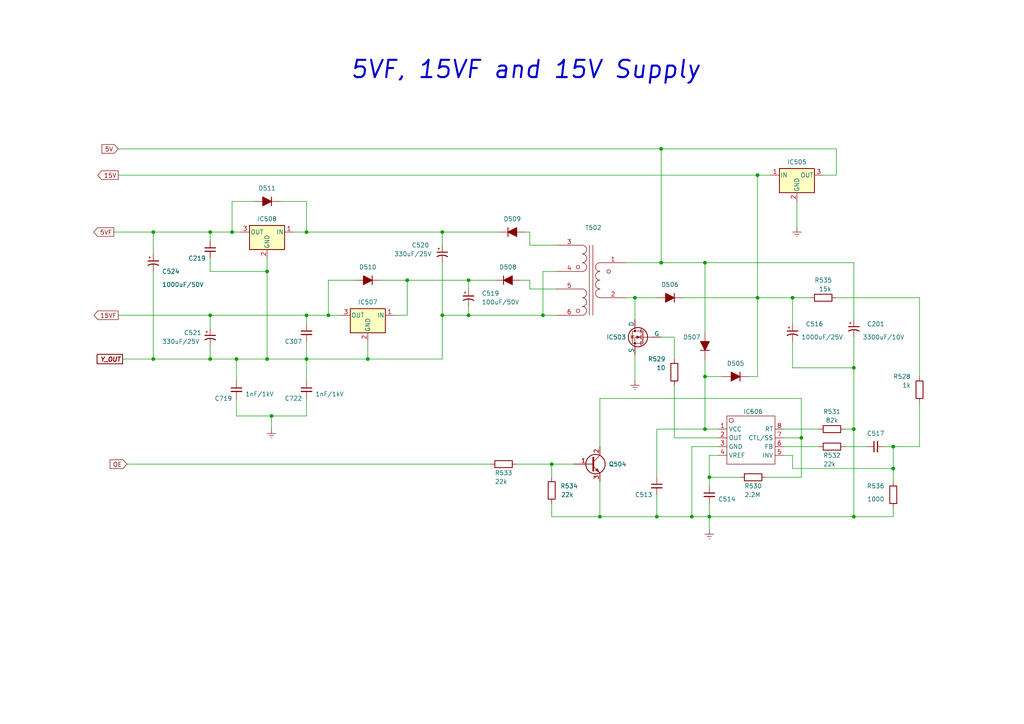
<source format=kicad_sch>
(kicad_sch (version 20231120) (generator "eeschema") (generator_version "8.0")
  (paper "A4")
  (title_block (title "Y BOARD LG PLASMA TV PANEL") (date "2025-03-24") (rev "1.0") (comment 1 "Author: Fábio Pereira da Silva") (comment 2 "5VF, 15VF and 15V Supply"))
  (lib_symbols
    (symbol "Device:C_Polarized_Small_US" (pin_numbers hide) (pin_names (offset 0.254) hide)
      (property "Reference" "C" (at 0.254 1.778 0))
      (property "Value" "C_Polarized_Small_US" (at 0.254 -2.032 0))
      (symbol "C_Polarized_Small_US_0_1"
        (polyline (pts (xy -1.524 0.508) (xy 1.524 0.508)) (stroke (width 0.3048)))
        (polyline (pts (xy -1.27 1.524) (xy -0.762 1.524)))
        (polyline (pts (xy -1.016 1.27) (xy -1.016 1.778)))
        (arc (start 1.524 -0.762) (mid 0 -0.3734) (end -1.524 -0.762) (stroke (width 0.3048)))
      )
      (symbol "C_Polarized_Small_US_1_1"
        (pin passive line (at 0 2.54 270) (length 2.032) (name "~") (number "1"))
        (pin passive line (at 0 -2.54 90) (length 2.032) (name "~") (number "2"))
      )
    )
    (symbol "Device:C_Small" (pin_numbers hide) (pin_names (offset 0.254) hide)
      (property "Reference" "C" (at 0.254 1.778 0))
      (property "Value" "C_Small" (at 0.254 -2.032 0))
      (symbol "C_Small_0_1"
        (polyline (pts (xy -1.524 -0.508) (xy 1.524 -0.508)) (stroke (width 0.3302)))
        (polyline (pts (xy -1.524 0.508) (xy 1.524 0.508)) (stroke (width 0.3048)))
      )
      (symbol "C_Small_1_1"
        (pin passive line (at 0 2.54 270) (length 2.032) (name "~") (number "1"))
        (pin passive line (at 0 -2.54 90) (length 2.032) (name "~") (number "2"))
      )
    )
    (symbol "Device:D_Filled" (pin_numbers hide) (pin_names (offset 1.016) hide)
      (property "Reference" "D" (at 0 2.54 0))
      (property "Value" "D_Filled" (at 0 -2.54 0))
      (symbol "D_Filled_0_1"
        (polyline (pts (xy -1.27 1.27) (xy -1.27 -1.27)) (stroke (width 0.254)))
        (polyline (pts (xy 1.27 0) (xy -1.27 0)))
        (polyline (pts (xy 1.27 1.27) (xy 1.27 -1.27) (xy -1.27 0) (xy 1.27 1.27)) (stroke (width 0.254)) (fill (type outline)))
      )
      (symbol "D_Filled_1_1"
        (pin passive line (at -3.81 0 0) (length 2.54) (name "K") (number "1"))
        (pin passive line (at 3.81 0 180) (length 2.54) (name "A") (number "2"))
      )
    )
    (symbol "Device:Q_NPN_BCE" (pin_names (offset 0) hide)
      (property "Reference" "Q" (at 5.08 1.27 0))
      (property "Value" "Q_NPN_BCE" (at 5.08 -1.27 0))
      (symbol "Q_NPN_BCE_0_1"
        (polyline (pts (xy 0.635 0.635) (xy 2.54 2.54)))
        (polyline (pts (xy 0.635 -0.635) (xy 2.54 -2.54) (xy 2.54 -2.54)))
        (polyline (pts (xy 0.635 1.905) (xy 0.635 -1.905) (xy 0.635 -1.905)) (stroke (width 0.508)))
        (polyline (pts (xy 1.27 -1.778) (xy 1.778 -1.27) (xy 2.286 -2.286) (xy 1.27 -1.778) (xy 1.27 -1.778)) (fill (type outline)))
        (circle (center 1.27 0) (radius 2.8194) (stroke (width 0.254)))
      )
      (symbol "Q_NPN_BCE_1_1"
        (pin input line (at -5.08 0 0) (length 5.715) (name "B") (number "1"))
        (pin passive line (at 2.54 5.08 270) (length 2.54) (name "C") (number "2"))
        (pin passive line (at 2.54 -5.08 90) (length 2.54) (name "E") (number "3"))
      )
    )
    (symbol "Device:R" (pin_numbers hide) (pin_names (offset 0))
      (property "Reference" "R" (at 2.032 0 90))
      (property "Value" "R" (at 0 0 90))
      (symbol "R_0_1"
        (rectangle (start -1.016 -2.54) (end 1.016 2.54) (stroke (width 0.254)))
      )
      (symbol "R_1_1"
        (pin passive line (at 0 3.81 270) (length 1.27) (name "~") (number "1"))
        (pin passive line (at 0 -3.81 90) (length 1.27) (name "~") (number "2"))
      )
    )
    (symbol "Regulator_Linear:L7805" (pin_names (offset 0.254))
      (property "Reference" "U" (at -3.81 3.175 0))
      (property "Value" "L7805" (at 0 3.175 0))
      (symbol "L7805_0_1"
        (rectangle (start -5.08 1.905) (end 5.08 -5.08) (stroke (width 0.254)) (fill (type background)))
      )
      (symbol "L7805_1_1"
        (pin power_in line (at -7.62 0 0) (length 2.54) (name "IN") (number "1"))
        (pin power_in line (at 0 -7.62 90) (length 2.54) (name "GND") (number "2"))
        (pin power_out line (at 7.62 0 180) (length 2.54) (name "OUT") (number "3"))
      )
    )
    (symbol "Regulator_Linear:L7818" (pin_names (offset 0.254))
      (property "Reference" "U" (at -3.81 3.175 0))
      (property "Value" "L7818" (at 0 3.175 0))
      (symbol "L7818_0_1"
        (rectangle (start -5.08 1.905) (end 5.08 -5.08) (stroke (width 0.254)) (fill (type background)))
      )
      (symbol "L7818_1_1"
        (pin power_in line (at -7.62 0 0) (length 2.54) (name "IN") (number "1"))
        (pin power_in line (at 0 -7.62 90) (length 2.54) (name "GND") (number "2"))
        (pin power_out line (at 7.62 0 180) (length 2.54) (name "OUT") (number "3"))
      )
    )
    (symbol "Simulation_SPICE:NMOS" (pin_numbers hide) (pin_names (offset 0))
      (property "Reference" "Q" (at 5.08 1.27 0))
      (property "Value" "NMOS" (at 5.08 -1.27 0))
      (symbol "NMOS_0_1"
        (polyline (pts (xy 0.254 0) (xy -2.54 0)))
        (polyline (pts (xy 0.254 1.905) (xy 0.254 -1.905)) (stroke (width 0.254)))
        (polyline (pts (xy 0.762 -1.27) (xy 0.762 -2.286)) (stroke (width 0.254)))
        (polyline (pts (xy 0.762 0.508) (xy 0.762 -0.508)) (stroke (width 0.254)))
        (polyline (pts (xy 0.762 2.286) (xy 0.762 1.27)) (stroke (width 0.254)))
        (polyline (pts (xy 2.54 2.54) (xy 2.54 1.778)))
        (polyline (pts (xy 2.54 -2.54) (xy 2.54 0) (xy 0.762 0)))
        (polyline (pts (xy 0.762 -1.778) (xy 3.302 -1.778) (xy 3.302 1.778) (xy 0.762 1.778)))
        (polyline (pts (xy 1.016 0) (xy 2.032 0.381) (xy 2.032 -0.381) (xy 1.016 0)) (fill (type outline)))
        (polyline (pts (xy 2.794 0.508) (xy 2.921 0.381) (xy 3.683 0.381) (xy 3.81 0.254)))
        (polyline (pts (xy 3.302 0.381) (xy 2.921 -0.254) (xy 3.683 -0.254) (xy 3.302 0.381)))
        (circle (center 1.651 0) (radius 2.794) (stroke (width 0.254)))
        (circle (center 2.54 -1.778) (radius 0.254) (fill (type outline)))
        (circle (center 2.54 1.778) (radius 0.254) (fill (type outline)))
      )
      (symbol "NMOS_1_1"
        (pin passive line (at 2.54 5.08 270) (length 2.54) (name "D") (number "1"))
        (pin input line (at -5.08 0 0) (length 2.54) (name "G") (number "2"))
        (pin passive line (at 2.54 -5.08 90) (length 2.54) (name "S") (number "3"))
      )
    )
    (symbol "Transformer_1P_2S_1" (pin_names (offset 1.016) hide)
      (property "Reference" "T1" (at 0 15.24 0))
      (property "Value" "Transformer_1P_2S" (at 0 12.7 0))
      (symbol "Transformer_1P_2S_1_0_1"
        (circle (center -5.08 2.54) (radius 0.5))
        (arc (start -2.54 -5.0546) (mid -1.6599 -4.6901) (end -1.27 -3.81))
        (arc (start -2.54 -2.5146) (mid -1.6599 -2.1501) (end -1.27 -1.27))
        (arc (start -2.54 0.0254) (mid -1.6599 0.3899) (end -1.27 1.27))
        (arc (start -2.54 2.5654) (mid -1.6599 2.9299) (end -1.27 3.81))
        (arc (start -1.27 -3.81) (mid -1.642 -2.912) (end -2.54 -2.54))
        (arc (start -1.27 -1.27) (mid -1.642 -0.372) (end -2.54 0))
        (arc (start -1.27 1.27) (mid -1.642 2.168) (end -2.54 2.54))
        (arc (start -1.27 3.81) (mid -1.642 4.708) (end -2.54 5.08))
        (polyline (pts (xy -0.508 -10.16) (xy -0.508 10.16)))
        (polyline (pts (xy 0.508 10.16) (xy 0.508 -10.16)))
        (arc (start 1.2954 -8.89) (mid 1.6599 -9.7701) (end 2.54 -10.1346))
        (arc (start 1.2954 -6.35) (mid 1.6599 -7.2301) (end 2.54 -7.5946))
        (arc (start 1.2954 -3.81) (mid 1.6599 -4.6901) (end 2.54 -5.0546))
        (arc (start 1.2954 3.81) (mid 1.6599 2.9299) (end 2.54 2.5654))
        (arc (start 1.2954 6.35) (mid 1.6599 5.4699) (end 2.54 5.1054))
        (arc (start 1.2954 8.89) (mid 1.6599 8.0099) (end 2.54 7.6454))
        (arc (start 2.54 -7.62) (mid 1.642 -7.992) (end 1.2954 -8.89))
        (arc (start 2.54 -5.08) (mid 1.642 -5.452) (end 1.2954 -6.35))
        (arc (start 2.54 -2.54) (mid 1.642 -2.912) (end 1.2954 -3.81))
        (arc (start 2.54 5.08) (mid 1.642 4.708) (end 1.2954 3.81))
        (arc (start 2.54 7.62) (mid 1.642 7.248) (end 1.2954 6.35))
        (arc (start 2.54 10.16) (mid 1.642 9.788) (end 1.2954 8.89))
        (circle (center 3.81 -8.89) (radius 0.5))
        (circle (center 3.81 3.81) (radius 0.5))
      )
      (symbol "Transformer_1P_2S_1_1_1"
        (pin passive line (at -10.16 5.08 0) (length 7.62) (name "AA") (number "1"))
        (pin passive line (at -10.16 -5.08 0) (length 7.62) (name "AB") (number "2"))
        (pin passive line (at 10.16 10.16 180) (length 7.62) (name "SA") (number "3"))
        (pin passive line (at 10.16 2.54 180) (length 7.62) (name "SB") (number "4"))
        (pin passive line (at 10.16 -2.54 180) (length 7.62) (name "SC") (number "5"))
        (pin passive line (at 10.16 -10.16 180) (length 7.62) (name "SD") (number "6"))
      )
    )
    (symbol "irf_s21850:BD9763FVM"
      (property "Reference" "U" (at -0.254 0.762 0))
      (symbol "BD9763FVM_0_1"
        (rectangle (start -7.62 0) (end 6.35 -13.97))
        (circle (center -6.35 -1.27) (radius 0.6))
      )
      (symbol "BD9763FVM_1_1"
        (pin power_in line (at -10.16 -3.81 0) (length 2.54) (name "VCC") (number "1"))
        (pin output line (at -10.16 -6.35 0) (length 2.54) (name "OUT") (number "2"))
        (pin power_in line (at -10.16 -8.89 0) (length 2.54) (name "GND") (number "3"))
        (pin power_out line (at -10.16 -11.43 0) (length 2.54) (name "VREF") (number "4"))
        (pin input line (at 8.89 -11.43 180) (length 2.54) (name "INV") (number "5"))
        (pin output line (at 8.89 -8.89 180) (length 2.54) (name "FB") (number "6"))
        (pin passive line (at 8.89 -6.35 180) (length 2.54) (name "CTL/SS") (number "7"))
        (pin passive line (at 8.89 -3.81 180) (length 2.54) (name "RT") (number "8"))
      )
    )
    (symbol "power:Earth" (power) (pin_numbers hide) (pin_names (offset 0) hide)
      (property "Value" "Earth" (at 0 -3.81 0))
      (symbol "Earth_0_1"
        (polyline (pts (xy -0.635 -1.905) (xy 0.635 -1.905)))
        (polyline (pts (xy -0.127 -2.54) (xy 0.127 -2.54)))
        (polyline (pts (xy 0 -1.27) (xy 0 0)))
        (polyline (pts (xy 1.27 -1.27) (xy -1.27 -1.27)))
      )
      (symbol "Earth_1_1"
        (pin power_in line (at 0 0 270) (length 0) (name "~") (number "1"))
      )
    )
  )
  (junction (at 191.77 76.2))
  (junction (at 88.9 104.14))
  (junction (at 135.89 81.28))
  (junction (at 205.74 138.43))
  (junction (at 204.47 76.2))
  (junction (at 232.41 127))
  (junction (at 259.08 129.54))
  (junction (at 60.96 104.14))
  (junction (at 229.87 86.36))
  (junction (at 190.5 149.86))
  (junction (at 60.96 91.44))
  (junction (at 219.71 50.8))
  (junction (at 135.89 91.44))
  (junction (at 160.02 134.62))
  (junction (at 60.96 67.31))
  (junction (at 204.47 109.22))
  (junction (at 77.47 78.74))
  (junction (at 259.08 135.89))
  (junction (at 77.47 104.14))
  (junction (at 88.9 91.44))
  (junction (at 205.74 149.86))
  (junction (at 106.68 104.14))
  (junction (at 68.58 104.14))
  (junction (at 157.48 91.44))
  (junction (at 184.15 86.36))
  (junction (at 44.45 104.14))
  (junction (at 200.66 149.86))
  (junction (at 88.9 67.31))
  (junction (at 247.65 106.68))
  (junction (at 118.11 81.28))
  (junction (at 78.74 120.65))
  (junction (at 44.45 67.31))
  (junction (at 204.47 124.46))
  (junction (at 173.99 149.86))
  (junction (at 247.65 149.86))
  (junction (at 191.77 43.18))
  (junction (at 219.71 86.36))
  (junction (at 247.65 124.46))
  (junction (at 128.27 67.31))
  (junction (at 128.27 91.44))
  (junction (at 67.31 67.31))
  (junction (at 95.25 91.44))
  (wire (pts (xy 229.87 86.36) (xy 219.71 86.36)))
  (wire (pts (xy 60.96 91.44) (xy 88.9 91.44)))
  (wire (pts (xy 217.17 109.22) (xy 219.71 109.22)))
  (wire (pts (xy 204.47 104.14) (xy 204.47 109.22)))
  (wire (pts (xy 88.9 93.98) (xy 88.9 91.44)))
  (wire (pts (xy 200.66 129.54) (xy 208.28 129.54)))
  (wire (pts (xy 60.96 100.33) (xy 60.96 104.14)))
  (wire (pts (xy 73.66 58.42) (xy 67.31 58.42)))
  (wire (pts (xy 232.41 127) (xy 232.41 138.43)))
  (wire (pts (xy 135.89 91.44) (xy 157.48 91.44)))
  (wire (pts (xy 81.28 58.42) (xy 88.9 58.42)))
  (wire (pts (xy 95.25 81.28) (xy 95.25 91.44)))
  (wire (pts (xy 85.09 67.31) (xy 88.9 67.31)))
  (wire (pts (xy 195.58 97.79) (xy 191.77 97.79)))
  (wire (pts (xy 191.77 76.2) (xy 204.47 76.2)))
  (wire (pts (xy 128.27 67.31) (xy 128.27 71.12)))
  (wire (pts (xy 205.74 140.97) (xy 205.74 138.43)))
  (wire (pts (xy 88.9 104.14) (xy 88.9 110.49)))
  (wire (pts (xy 232.41 115.57) (xy 173.99 115.57)))
  (wire (pts (xy 60.96 74.93) (xy 60.96 78.74)))
  (wire (pts (xy 67.31 67.31) (xy 69.85 67.31)))
  (wire (pts (xy 88.9 58.42) (xy 88.9 67.31)))
  (wire (pts (xy 135.89 88.9) (xy 135.89 91.44)))
  (wire (pts (xy 205.74 146.05) (xy 205.74 149.86)))
  (wire (pts (xy 78.74 120.65) (xy 68.58 120.65)))
  (wire (pts (xy 106.68 104.14) (xy 128.27 104.14)))
  (wire (pts (xy 204.47 109.22) (xy 209.55 109.22)))
  (wire (pts (xy 157.48 91.44) (xy 161.29 91.44)))
  (wire (pts (xy 238.76 50.8) (xy 242.57 50.8)))
  (wire (pts (xy 247.65 124.46) (xy 247.65 149.86)))
  (wire (pts (xy 232.41 138.43) (xy 222.25 138.43)))
  (wire (pts (xy 184.15 86.36) (xy 190.5 86.36)))
  (wire (pts (xy 160.02 149.86) (xy 173.99 149.86)))
  (wire (pts (xy 160.02 146.05) (xy 160.02 149.86)))
  (wire (pts (xy 34.29 50.8) (xy 219.71 50.8)))
  (wire (pts (xy 153.67 67.31) (xy 153.67 71.12)))
  (wire (pts (xy 229.87 99.06) (xy 229.87 106.68)))
  (wire (pts (xy 219.71 50.8) (xy 223.52 50.8)))
  (wire (pts (xy 77.47 104.14) (xy 88.9 104.14)))
  (wire (pts (xy 88.9 67.31) (xy 128.27 67.31)))
  (wire (pts (xy 102.87 81.28) (xy 95.25 81.28)))
  (wire (pts (xy 34.29 43.18) (xy 191.77 43.18)))
  (wire (pts (xy 259.08 147.32) (xy 259.08 149.86)))
  (wire (pts (xy 205.74 138.43) (xy 214.63 138.43)))
  (wire (pts (xy 181.61 86.36) (xy 184.15 86.36)))
  (wire (pts (xy 44.45 78.74) (xy 44.45 104.14)))
  (wire (pts (xy 88.9 91.44) (xy 95.25 91.44)))
  (wire (pts (xy 135.89 81.28) (xy 143.51 81.28)))
  (wire (pts (xy 128.27 104.14) (xy 128.27 91.44)))
  (wire (pts (xy 266.7 86.36) (xy 266.7 109.22)))
  (wire (pts (xy 231.14 58.42) (xy 231.14 66.04)))
  (wire (pts (xy 173.99 149.86) (xy 190.5 149.86)))
  (wire (pts (xy 205.74 149.86) (xy 200.66 149.86)))
  (wire (pts (xy 44.45 67.31) (xy 44.45 73.66)))
  (wire (pts (xy 190.5 149.86) (xy 200.66 149.86)))
  (wire (pts (xy 229.87 135.89) (xy 259.08 135.89)))
  (wire (pts (xy 60.96 78.74) (xy 77.47 78.74)))
  (wire (pts (xy 157.48 78.74) (xy 157.48 91.44)))
  (wire (pts (xy 190.5 124.46) (xy 204.47 124.46)))
  (wire (pts (xy 106.68 99.06) (xy 106.68 104.14)))
  (wire (pts (xy 35.56 104.14) (xy 44.45 104.14)))
  (wire (pts (xy 204.47 76.2) (xy 204.47 96.52)))
  (wire (pts (xy 191.77 43.18) (xy 191.77 76.2)))
  (wire (pts (xy 205.74 132.08) (xy 208.28 132.08)))
  (wire (pts (xy 149.86 134.62) (xy 160.02 134.62)))
  (wire (pts (xy 60.96 69.85) (xy 60.96 67.31)))
  (wire (pts (xy 232.41 127) (xy 232.41 115.57)))
  (wire (pts (xy 245.11 129.54) (xy 251.46 129.54)))
  (wire (pts (xy 242.57 86.36) (xy 266.7 86.36)))
  (wire (pts (xy 200.66 149.86) (xy 200.66 129.54)))
  (wire (pts (xy 95.25 91.44) (xy 99.06 91.44)))
  (wire (pts (xy 77.47 78.74) (xy 77.47 104.14)))
  (wire (pts (xy 88.9 115.57) (xy 88.9 120.65)))
  (wire (pts (xy 227.33 132.08) (xy 229.87 132.08)))
  (wire (pts (xy 227.33 127) (xy 232.41 127)))
  (wire (pts (xy 266.7 116.84) (xy 266.7 129.54)))
  (wire (pts (xy 229.87 106.68) (xy 247.65 106.68)))
  (wire (pts (xy 190.5 143.51) (xy 190.5 149.86)))
  (wire (pts (xy 219.71 50.8) (xy 219.71 86.36)))
  (wire (pts (xy 153.67 71.12) (xy 161.29 71.12)))
  (wire (pts (xy 68.58 104.14) (xy 68.58 110.49)))
  (wire (pts (xy 229.87 132.08) (xy 229.87 135.89)))
  (wire (pts (xy 161.29 78.74) (xy 157.48 78.74)))
  (wire (pts (xy 60.96 67.31) (xy 67.31 67.31)))
  (wire (pts (xy 151.13 81.28) (xy 153.67 81.28)))
  (wire (pts (xy 219.71 86.36) (xy 198.12 86.36)))
  (wire (pts (xy 36.83 134.62) (xy 142.24 134.62)))
  (wire (pts (xy 160.02 134.62) (xy 160.02 138.43)))
  (wire (pts (xy 247.65 149.86) (xy 205.74 149.86)))
  (wire (pts (xy 184.15 86.36) (xy 184.15 92.71)))
  (wire (pts (xy 205.74 153.67) (xy 205.74 149.86)))
  (wire (pts (xy 259.08 129.54) (xy 256.54 129.54)))
  (wire (pts (xy 128.27 91.44) (xy 135.89 91.44)))
  (wire (pts (xy 204.47 124.46) (xy 208.28 124.46)))
  (wire (pts (xy 160.02 134.62) (xy 166.37 134.62)))
  (wire (pts (xy 44.45 104.14) (xy 60.96 104.14)))
  (wire (pts (xy 227.33 129.54) (xy 237.49 129.54)))
  (wire (pts (xy 219.71 109.22) (xy 219.71 86.36)))
  (wire (pts (xy 242.57 50.8) (xy 242.57 43.18)))
  (wire (pts (xy 259.08 149.86) (xy 247.65 149.86)))
  (wire (pts (xy 266.7 129.54) (xy 259.08 129.54)))
  (wire (pts (xy 68.58 104.14) (xy 77.47 104.14)))
  (wire (pts (xy 68.58 120.65) (xy 68.58 115.57)))
  (wire (pts (xy 204.47 76.2) (xy 247.65 76.2)))
  (wire (pts (xy 190.5 138.43) (xy 190.5 124.46)))
  (wire (pts (xy 44.45 67.31) (xy 60.96 67.31)))
  (wire (pts (xy 229.87 86.36) (xy 234.95 86.36)))
  (wire (pts (xy 259.08 139.7) (xy 259.08 135.89)))
  (wire (pts (xy 247.65 92.71) (xy 247.65 76.2)))
  (wire (pts (xy 128.27 76.2) (xy 128.27 91.44)))
  (wire (pts (xy 153.67 81.28) (xy 153.67 83.82)))
  (wire (pts (xy 229.87 93.98) (xy 229.87 86.36)))
  (wire (pts (xy 259.08 135.89) (xy 259.08 129.54)))
  (wire (pts (xy 152.4 67.31) (xy 153.67 67.31)))
  (wire (pts (xy 114.3 91.44) (xy 118.11 91.44)))
  (wire (pts (xy 195.58 111.76) (xy 195.58 127)))
  (wire (pts (xy 135.89 81.28) (xy 135.89 83.82)))
  (wire (pts (xy 144.78 67.31) (xy 128.27 67.31)))
  (wire (pts (xy 245.11 124.46) (xy 247.65 124.46)))
  (wire (pts (xy 118.11 81.28) (xy 110.49 81.28)))
  (wire (pts (xy 33.02 67.31) (xy 44.45 67.31)))
  (wire (pts (xy 153.67 83.82) (xy 161.29 83.82)))
  (wire (pts (xy 78.74 120.65) (xy 78.74 124.46)))
  (wire (pts (xy 88.9 104.14) (xy 106.68 104.14)))
  (wire (pts (xy 204.47 109.22) (xy 204.47 124.46)))
  (wire (pts (xy 195.58 127) (xy 208.28 127)))
  (wire (pts (xy 181.61 76.2) (xy 191.77 76.2)))
  (wire (pts (xy 184.15 102.87) (xy 184.15 110.49)))
  (wire (pts (xy 118.11 81.28) (xy 118.11 91.44)))
  (wire (pts (xy 88.9 120.65) (xy 78.74 120.65)))
  (wire (pts (xy 34.29 91.44) (xy 60.96 91.44)))
  (wire (pts (xy 247.65 106.68) (xy 247.65 124.46)))
  (wire (pts (xy 247.65 97.79) (xy 247.65 106.68)))
  (wire (pts (xy 173.99 139.7) (xy 173.99 149.86)))
  (wire (pts (xy 227.33 124.46) (xy 237.49 124.46)))
  (wire (pts (xy 67.31 58.42) (xy 67.31 67.31)))
  (wire (pts (xy 118.11 81.28) (xy 135.89 81.28)))
  (wire (pts (xy 205.74 138.43) (xy 205.74 132.08)))
  (wire (pts (xy 242.57 43.18) (xy 191.77 43.18)))
  (wire (pts (xy 88.9 99.06) (xy 88.9 104.14)))
  (wire (pts (xy 77.47 74.93) (xy 77.47 78.74)))
  (wire (pts (xy 60.96 104.14) (xy 68.58 104.14)))
  (wire (pts (xy 195.58 104.14) (xy 195.58 97.79)))
  (wire (pts (xy 60.96 95.25) (xy 60.96 91.44)))
  (wire (pts (xy 173.99 115.57) (xy 173.99 129.54)))
  (text "5VF, 15VF and 15V Supply" (at 152.4 20.32 0) (effects (font (size 5 5) (thickness 0.6) (bold yes) (italic yes))))
  (global_label "Y_OUT" (shape passive) (at 35.56 104.14 180) (effects (font (thickness 0.254) (bold yes) (italic yes))) (property "Intersheetrefs" "${INTERSHEET_REFS}" (effects (hide yes))))
  (global_label "5V" (shape input) (at 34.29 43.18 180) (property "Intersheetrefs" "${INTERSHEET_REFS}" (effects (hide yes))))
  (global_label "OE" (shape input) (at 36.83 134.62 180) (property "Intersheetrefs" "${INTERSHEET_REFS}" (effects (hide yes))))
  (global_label "15V" (shape output) (at 34.29 50.8 180) (property "Intersheetrefs" "${INTERSHEET_REFS}" (effects (hide yes))))
  (global_label "5VF" (shape output) (at 33.02 67.31 180) (property "Intersheetrefs" "${INTERSHEET_REFS}" (effects (hide yes))))
  (global_label "15VF" (shape output) (at 34.29 91.44 180) (property "Intersheetrefs" "${INTERSHEET_REFS}" (effects (hide yes))))
  (symbol (lib_id "Device:R") (at 259.08 143.51 180) (unit 1)
    (property "Reference" "R536" (at 256.54 140.97 0) (effects (justify left)))
    (property "Value" "1000" (at 256.54 144.78 0) (effects (justify left)))
    (property "Description" "Resistor" (effects (hide yes)))
  )
  (symbol (lib_id "Device:C_Small") (at 190.5 140.97 0) (unit 1)
    (property "Reference" "C513" (at 184.15 143.51 0) (effects (justify left)))
    (property "Value" "C_Small" (effects (hide yes)))
    (property "Description" "Unpolarized capacitor, small symbol" (effects (hide yes)))
  )
  (symbol (lib_id "power:Earth") (at 231.14 66.04 0) (unit 1)
    (property "Reference" "#PWR28" (effects (hide yes)))
    (property "Value" "Earth" (effects (hide yes)))
    (property "Description" "Power symbol creates a global label with name \"Earth\"" (effects (hide yes)))
  )
  (symbol (lib_name "Transformer_1P_2S_1") (lib_id "transformer_1p_2s_edited:Transformer_1P_2S") (at 171.45 81.28 0) (mirror y) (unit 1)
    (property "Reference" "T502" (at 172.085 66.04 0))
    (property "Value" "Transformer_1P_2S" (effects (hide yes)))
    (property "Description" "Transformer, single primary, dual secondary" (effects (hide yes)))
  )
  (symbol (lib_id "power:Earth") (at 184.15 110.49 0) (unit 1)
    (property "Reference" "#PWR29" (effects (hide yes)))
    (property "Value" "Earth" (effects (hide yes)))
    (property "Description" "Power symbol creates a global label with name \"Earth\"" (effects (hide yes)))
  )
  (symbol (lib_id "Simulation_SPICE:NMOS") (at 186.69 97.79 0) (mirror y) (unit 1)
    (property "Reference" "IC503" (at 181.61 97.79 0) (effects (justify left)))
    (property "Value" "NMOS" (effects (hide yes)))
    (property "Datasheet" "https://ngspice.sourceforge.io/docs/ngspice-html-manual/manual.xhtml#cha_MOSFETs" (effects (hide yes)))
    (property "Description" "N-MOSFET transistor, drain/source/gate" (effects (hide yes)))
    (property "Sim.Device" "NMOS" (effects (hide yes)))
    (property "Sim.Type" "VDMOS" (effects (hide yes)))
    (property "Sim.Pins" "1=D 2=G 3=S" (effects (hide yes)))
  )
  (symbol (lib_id "Device:C_Polarized_Small_US") (at 229.87 96.52 0) (unit 1)
    (property "Reference" "C516" (at 233.68 93.98 0) (effects (justify left)))
    (property "Value" "1000uF/25V" (at 232.41 97.79 0) (effects (justify left)))
    (property "Description" "Polarized capacitor, small US symbol" (effects (hide yes)))
  )
  (symbol (lib_id "Device:C_Polarized_Small_US") (at 135.89 86.36 0) (unit 1)
    (property "Reference" "C519" (at 139.7 85.09 0) (effects (justify left)))
    (property "Value" "100uF/50V" (at 139.7 87.63 0) (effects (justify left)))
    (property "Description" "Polarized capacitor, small US symbol" (effects (hide yes)))
  )
  (symbol (lib_id "Device:C_Small") (at 68.58 113.03 0) (unit 1)
    (property "Reference" "C719" (at 62.23 115.57 0) (effects (justify left)))
    (property "Value" "1nF/1kV" (at 71.12 114.3062 0) (effects (justify left)))
    (property "Description" "Unpolarized capacitor, small symbol" (effects (hide yes)))
  )
  (symbol (lib_id "Device:R") (at 266.7 113.03 180) (unit 1)
    (property "Reference" "R528" (at 264.16 109.22 0) (effects (justify left)))
    (property "Value" "1k" (at 264.16 111.76 0) (effects (justify left)))
    (property "Description" "Resistor" (effects (hide yes)))
  )
  (symbol (lib_id "Device:R") (at 195.58 107.95 180) (unit 1)
    (property "Reference" "R529" (at 193.04 104.14 0) (effects (justify left)))
    (property "Value" "10" (at 193.04 106.68 0) (effects (justify left)))
    (property "Description" "Resistor" (effects (hide yes)))
  )
  (symbol (lib_id "Device:D_Filled") (at 147.32 81.28 0) (mirror x) (unit 1)
    (property "Reference" "D508" (at 147.32 77.47 0))
    (property "Value" "D_Filled" (effects (hide yes)))
    (property "Description" "Diode, filled shape" (effects (hide yes)))
    (property "Sim.Device" "D" (effects (hide yes)))
    (property "Sim.Pins" "1=K 2=A" (effects (hide yes)))
  )
  (symbol (lib_id "Device:Q_NPN_BCE") (at 171.45 134.62 0) (unit 1)
    (property "Reference" "Q504" (at 176.53 134.62 0) (effects (justify left)))
    (property "Value" "Q_NPN_BCE" (effects (hide yes)))
    (property "Description" "NPN transistor, base/collector/emitter" (effects (hide yes)))
  )
  (symbol (lib_id "Device:R") (at 238.76 86.36 270) (unit 1)
    (property "Reference" "R535" (at 236.22 81.28 90) (effects (justify left)))
    (property "Value" "15k" (at 237.49 83.82 90) (effects (justify left)))
    (property "Description" "Resistor" (effects (hide yes)))
  )
  (symbol (lib_id "Device:C_Small") (at 88.9 96.52 0) (unit 1)
    (property "Reference" "C307" (at 82.55 99.06 0) (effects (justify left)))
    (property "Value" "C_Small" (effects (hide yes)))
    (property "Description" "Unpolarized capacitor, small symbol" (effects (hide yes)))
  )
  (symbol (lib_id "Device:R") (at 218.44 138.43 270) (unit 1)
    (property "Reference" "R530" (at 215.9 140.97 90) (effects (justify left)))
    (property "Value" "2.2M" (at 215.9 143.51 90) (effects (justify left)))
    (property "Description" "Resistor" (effects (hide yes)))
  )
  (symbol (lib_id "Device:D_Filled") (at 194.31 86.36 180) (unit 1)
    (property "Reference" "D506" (at 194.31 82.55 0))
    (property "Value" "D_Filled" (effects (hide yes)))
    (property "Description" "Diode, filled shape" (effects (hide yes)))
    (property "Sim.Device" "D" (effects (hide yes)))
    (property "Sim.Pins" "1=K 2=A" (effects (hide yes)))
  )
  (symbol (lib_id "Device:C_Small") (at 60.96 72.39 0) (unit 1)
    (property "Reference" "C219" (at 54.61 74.93 0) (effects (justify left)))
    (property "Value" "C_Small" (effects (hide yes)))
    (property "Description" "Unpolarized capacitor, small symbol" (effects (hide yes)))
  )
  (symbol (lib_id "Device:D_Filled") (at 77.47 58.42 180) (unit 1)
    (property "Reference" "D511" (at 77.47 54.61 0))
    (property "Value" "D_Filled" (effects (hide yes)))
    (property "Description" "Diode, filled shape" (effects (hide yes)))
    (property "Sim.Device" "D" (effects (hide yes)))
    (property "Sim.Pins" "1=K 2=A" (effects (hide yes)))
  )
  (symbol (lib_id "Device:D_Filled") (at 204.47 100.33 90) (unit 1)
    (property "Reference" "D507" (at 200.66 97.79 90))
    (property "Value" "D_Filled" (effects (hide yes)))
    (property "Description" "Diode, filled shape" (effects (hide yes)))
    (property "Sim.Device" "D" (effects (hide yes)))
    (property "Sim.Pins" "1=K 2=A" (effects (hide yes)))
  )
  (symbol (lib_id "Device:C_Polarized_Small_US") (at 60.96 97.79 0) (unit 1)
    (property "Reference" "C521" (at 53.34 96.52 0) (effects (justify left)))
    (property "Value" "330uF/25V" (at 46.99 99.06 0) (effects (justify left)))
    (property "Description" "Polarized capacitor, small US symbol" (effects (hide yes)))
  )
  (symbol (lib_id "Device:C_Small") (at 254 129.54 90) (unit 1)
    (property "Reference" "C517" (at 256.54 125.73 90) (effects (justify left)))
    (property "Value" "C_Small" (effects (hide yes)))
    (property "Description" "Unpolarized capacitor, small symbol" (effects (hide yes)))
  )
  (symbol (lib_id "Regulator_Linear:L7818") (at 106.68 91.44 0) (mirror y) (unit 1)
    (property "Reference" "IC507" (at 106.68 87.63 0))
    (property "Value" "L7818" (effects (hide yes)))
    (property "Datasheet" "http://www.st.com/content/ccc/resource/technical/document/datasheet/41/4f/b3/b0/12/d4/47/88/CD00000444.pdf/files/CD00000444.pdf/jcr:content/translations/en.CD00000444.pdf" (effects (hide yes)))
    (property "Description" "Positive 1.5A 35V Linear Regulator, Fixed Output 18V, TO-220/TO-263/TO-252" (effects (hide yes)))
  )
  (symbol (lib_id "Device:C_Polarized_Small_US") (at 128.27 73.66 0) (unit 1)
    (property "Reference" "C520" (at 119.38 71.12 0) (effects (justify left)))
    (property "Value" "330uF/25V" (at 114.3 73.66 0) (effects (justify left)))
    (property "Description" "Polarized capacitor, small US symbol" (effects (hide yes)))
  )
  (symbol (lib_id "power:Earth") (at 205.74 153.67 0) (unit 1)
    (property "Reference" "#PWR27" (effects (hide yes)))
    (property "Value" "Earth" (effects (hide yes)))
    (property "Description" "Power symbol creates a global label with name \"Earth\"" (effects (hide yes)))
  )
  (symbol (lib_id "Device:C_Polarized_Small_US") (at 44.45 76.2 0) (unit 1)
    (property "Reference" "C524" (at 46.99 78.74 0) (effects (justify left)))
    (property "Value" "1000uF/50V" (at 46.99 82.55 0) (effects (justify left)))
    (property "Description" "Polarized capacitor, small US symbol" (effects (hide yes)))
  )
  (symbol (lib_id "Device:D_Filled") (at 106.68 81.28 180) (unit 1)
    (property "Reference" "D510" (at 106.68 77.47 0))
    (property "Value" "D_Filled" (effects (hide yes)))
    (property "Description" "Diode, filled shape" (effects (hide yes)))
    (property "Sim.Device" "D" (effects (hide yes)))
    (property "Sim.Pins" "1=K 2=A" (effects (hide yes)))
  )
  (symbol (lib_id "Device:R") (at 241.3 124.46 270) (unit 1)
    (property "Reference" "R531" (at 241.3 119.38 90))
    (property "Value" "82k" (at 241.3 121.92 90))
    (property "Description" "Resistor" (effects (hide yes)))
  )
  (symbol (lib_id "Device:D_Filled") (at 148.59 67.31 0) (mirror x) (unit 1)
    (property "Reference" "D509" (at 148.59 63.5 0))
    (property "Value" "D_Filled" (effects (hide yes)))
    (property "Description" "Diode, filled shape" (effects (hide yes)))
    (property "Sim.Device" "D" (effects (hide yes)))
    (property "Sim.Pins" "1=K 2=A" (effects (hide yes)))
  )
  (symbol (lib_id "Device:R") (at 241.3 129.54 270) (unit 1)
    (property "Reference" "R532" (at 238.76 132.08 90) (effects (justify left)))
    (property "Value" "22k" (at 238.76 134.62 90) (effects (justify left)))
    (property "Description" "Resistor" (effects (hide yes)))
  )
  (symbol (lib_id "irf_s21850:BD9763FVM") (at 218.44 120.65 0) (unit 1)
    (property "Reference" "IC506" (at 218.44 119.38 0))
    (property "Value" "~" (at 217.805 119.38 0))
  )
  (symbol (lib_id "Regulator_Linear:L7805") (at 231.14 50.8 0) (unit 1)
    (property "Reference" "IC505" (at 231.14 46.99 0))
    (property "Value" "L7805" (effects (hide yes)))
    (property "Datasheet" "http://www.st.com/content/ccc/resource/technical/document/datasheet/41/4f/b3/b0/12/d4/47/88/CD00000444.pdf/files/CD00000444.pdf/jcr:content/translations/en.CD00000444.pdf" (effects (hide yes)))
    (property "Description" "Positive 1.5A 35V Linear Regulator, Fixed Output 5V, TO-220/TO-263/TO-252" (effects (hide yes)))
  )
  (symbol (lib_id "Device:C_Small") (at 205.74 143.51 0) (unit 1)
    (property "Reference" "C514" (at 208.28 144.78 0) (effects (justify left)))
    (property "Value" "C_Small" (effects (hide yes)))
    (property "Description" "Unpolarized capacitor, small symbol" (effects (hide yes)))
  )
  (symbol (lib_id "Device:C_Small") (at 88.9 113.03 0) (unit 1)
    (property "Reference" "C722" (at 82.55 115.57 0) (effects (justify left)))
    (property "Value" "1nF/1kV" (at 91.44 114.3062 0) (effects (justify left)))
    (property "Description" "Unpolarized capacitor, small symbol" (effects (hide yes)))
  )
  (symbol (lib_id "Device:R") (at 160.02 142.24 180) (unit 1)
    (property "Reference" "R534" (at 167.64 140.97 0) (effects (justify left)))
    (property "Value" "22k" (at 166.37 143.51 0) (effects (justify left)))
    (property "Description" "Resistor" (effects (hide yes)))
  )
  (symbol (lib_id "Regulator_Linear:L7805") (at 77.47 67.31 0) (mirror y) (unit 1)
    (property "Reference" "IC508" (at 77.47 63.5 0))
    (property "Value" "L7805" (effects (hide yes)))
    (property "Datasheet" "http://www.st.com/content/ccc/resource/technical/document/datasheet/41/4f/b3/b0/12/d4/47/88/CD00000444.pdf/files/CD00000444.pdf/jcr:content/translations/en.CD00000444.pdf" (effects (hide yes)))
    (property "Description" "Positive 1.5A 35V Linear Regulator, Fixed Output 5V, TO-220/TO-263/TO-252" (effects (hide yes)))
  )
  (symbol (lib_id "Device:D_Filled") (at 213.36 109.22 180) (unit 1)
    (property "Reference" "D505" (at 213.36 105.41 0))
    (property "Value" "D_Filled" (effects (hide yes)))
    (property "Description" "Diode, filled shape" (effects (hide yes)))
    (property "Sim.Device" "D" (effects (hide yes)))
    (property "Sim.Pins" "1=K 2=A" (effects (hide yes)))
  )
  (symbol (lib_id "Device:C_Polarized_Small_US") (at 247.65 95.25 0) (unit 1)
    (property "Reference" "C201" (at 251.46 93.98 0) (effects (justify left)))
    (property "Value" "3300uF/10V" (at 250.19 97.79 0) (effects (justify left)))
    (property "Description" "Polarized capacitor, small US symbol" (effects (hide yes)))
  )
  (symbol (lib_id "power:Earth") (at 78.74 124.46 0) (unit 1)
    (property "Reference" "#PWR39" (effects (hide yes)))
    (property "Value" "Earth" (effects (hide yes)))
    (property "Description" "Power symbol creates a global label with name \"Earth\"" (effects (hide yes)))
  )
  (symbol (lib_id "Device:R") (at 146.05 134.62 270) (unit 1)
    (property "Reference" "R533" (at 143.51 137.16 90) (effects (justify left)))
    (property "Value" "22k" (at 143.51 139.7 90) (effects (justify left)))
    (property "Description" "Resistor" (effects (hide yes)))
  )
)
</source>
